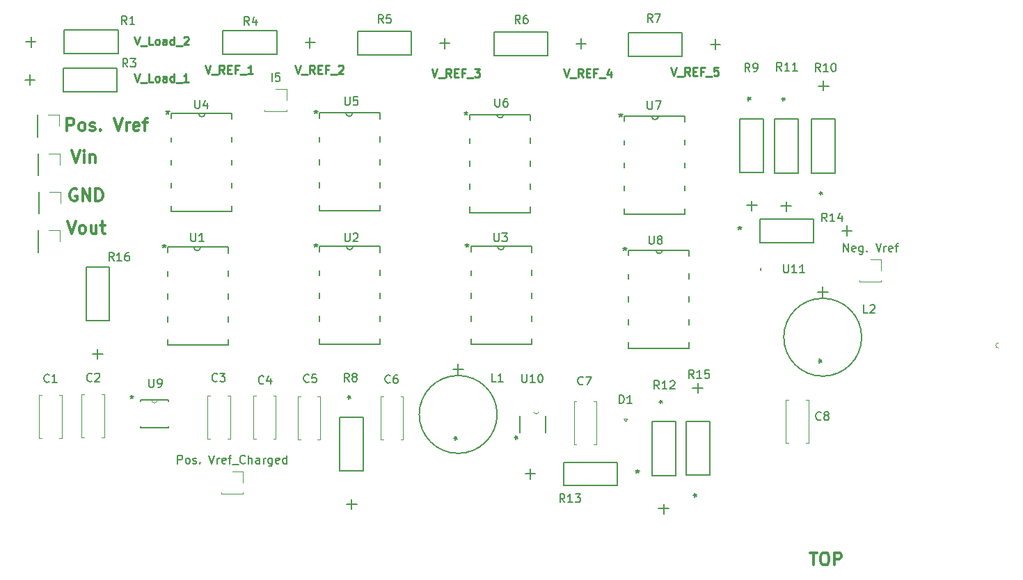
<source format=gbr>
G04 #@! TF.GenerationSoftware,KiCad,Pcbnew,(5.0.1)-3*
G04 #@! TF.CreationDate,2018-11-14T16:56:54-05:00*
G04 #@! TF.ProjectId,folding_amp,666F6C64696E675F616D702E6B696361,rev?*
G04 #@! TF.SameCoordinates,Original*
G04 #@! TF.FileFunction,Legend,Top*
G04 #@! TF.FilePolarity,Positive*
%FSLAX46Y46*%
G04 Gerber Fmt 4.6, Leading zero omitted, Abs format (unit mm)*
G04 Created by KiCad (PCBNEW (5.0.1)-3) date 11/14/2018 4:56:54 PM*
%MOMM*%
%LPD*%
G01*
G04 APERTURE LIST*
%ADD10C,0.100000*%
%ADD11C,0.250000*%
%ADD12C,0.300000*%
%ADD13C,0.200000*%
%ADD14C,0.152400*%
%ADD15C,0.120000*%
%ADD16C,0.150000*%
G04 APERTURE END LIST*
D10*
X151550000Y-71250000D02*
G75*
G02X151550000Y-70650000I0J300000D01*
G01*
X106200000Y-80200000D02*
X106000000Y-79850000D01*
X106400000Y-79850000D02*
X106200000Y-80200000D01*
X106000000Y-79850000D02*
X106400000Y-79850000D01*
X49250000Y-77600000D02*
G75*
G02X48550000Y-77600000I-350000J0D01*
G01*
X95650000Y-79000000D02*
G75*
G02X95050000Y-79000000I-300000J0D01*
G01*
D11*
X46466666Y-37852380D02*
X46800000Y-38852380D01*
X47133333Y-37852380D01*
X47228571Y-38947619D02*
X47990476Y-38947619D01*
X48704761Y-38852380D02*
X48228571Y-38852380D01*
X48228571Y-37852380D01*
X49180952Y-38852380D02*
X49085714Y-38804761D01*
X49038095Y-38757142D01*
X48990476Y-38661904D01*
X48990476Y-38376190D01*
X49038095Y-38280952D01*
X49085714Y-38233333D01*
X49180952Y-38185714D01*
X49323809Y-38185714D01*
X49419047Y-38233333D01*
X49466666Y-38280952D01*
X49514285Y-38376190D01*
X49514285Y-38661904D01*
X49466666Y-38757142D01*
X49419047Y-38804761D01*
X49323809Y-38852380D01*
X49180952Y-38852380D01*
X50371428Y-38852380D02*
X50371428Y-38328571D01*
X50323809Y-38233333D01*
X50228571Y-38185714D01*
X50038095Y-38185714D01*
X49942857Y-38233333D01*
X50371428Y-38804761D02*
X50276190Y-38852380D01*
X50038095Y-38852380D01*
X49942857Y-38804761D01*
X49895238Y-38709523D01*
X49895238Y-38614285D01*
X49942857Y-38519047D01*
X50038095Y-38471428D01*
X50276190Y-38471428D01*
X50371428Y-38423809D01*
X51276190Y-38852380D02*
X51276190Y-37852380D01*
X51276190Y-38804761D02*
X51180952Y-38852380D01*
X50990476Y-38852380D01*
X50895238Y-38804761D01*
X50847619Y-38757142D01*
X50800000Y-38661904D01*
X50800000Y-38376190D01*
X50847619Y-38280952D01*
X50895238Y-38233333D01*
X50990476Y-38185714D01*
X51180952Y-38185714D01*
X51276190Y-38233333D01*
X51514285Y-38947619D02*
X52276190Y-38947619D01*
X53038095Y-38852380D02*
X52466666Y-38852380D01*
X52752380Y-38852380D02*
X52752380Y-37852380D01*
X52657142Y-37995238D01*
X52561904Y-38090476D01*
X52466666Y-38138095D01*
X46466666Y-33352380D02*
X46800000Y-34352380D01*
X47133333Y-33352380D01*
X47228571Y-34447619D02*
X47990476Y-34447619D01*
X48704761Y-34352380D02*
X48228571Y-34352380D01*
X48228571Y-33352380D01*
X49180952Y-34352380D02*
X49085714Y-34304761D01*
X49038095Y-34257142D01*
X48990476Y-34161904D01*
X48990476Y-33876190D01*
X49038095Y-33780952D01*
X49085714Y-33733333D01*
X49180952Y-33685714D01*
X49323809Y-33685714D01*
X49419047Y-33733333D01*
X49466666Y-33780952D01*
X49514285Y-33876190D01*
X49514285Y-34161904D01*
X49466666Y-34257142D01*
X49419047Y-34304761D01*
X49323809Y-34352380D01*
X49180952Y-34352380D01*
X50371428Y-34352380D02*
X50371428Y-33828571D01*
X50323809Y-33733333D01*
X50228571Y-33685714D01*
X50038095Y-33685714D01*
X49942857Y-33733333D01*
X50371428Y-34304761D02*
X50276190Y-34352380D01*
X50038095Y-34352380D01*
X49942857Y-34304761D01*
X49895238Y-34209523D01*
X49895238Y-34114285D01*
X49942857Y-34019047D01*
X50038095Y-33971428D01*
X50276190Y-33971428D01*
X50371428Y-33923809D01*
X51276190Y-34352380D02*
X51276190Y-33352380D01*
X51276190Y-34304761D02*
X51180952Y-34352380D01*
X50990476Y-34352380D01*
X50895238Y-34304761D01*
X50847619Y-34257142D01*
X50800000Y-34161904D01*
X50800000Y-33876190D01*
X50847619Y-33780952D01*
X50895238Y-33733333D01*
X50990476Y-33685714D01*
X51180952Y-33685714D01*
X51276190Y-33733333D01*
X51514285Y-34447619D02*
X52276190Y-34447619D01*
X52466666Y-33447619D02*
X52514285Y-33400000D01*
X52609523Y-33352380D01*
X52847619Y-33352380D01*
X52942857Y-33400000D01*
X52990476Y-33447619D01*
X53038095Y-33542857D01*
X53038095Y-33638095D01*
X52990476Y-33780952D01*
X52419047Y-34352380D01*
X53038095Y-34352380D01*
X111697619Y-37102380D02*
X112030952Y-38102380D01*
X112364285Y-37102380D01*
X112459523Y-38197619D02*
X113221428Y-38197619D01*
X114030952Y-38102380D02*
X113697619Y-37626190D01*
X113459523Y-38102380D02*
X113459523Y-37102380D01*
X113840476Y-37102380D01*
X113935714Y-37150000D01*
X113983333Y-37197619D01*
X114030952Y-37292857D01*
X114030952Y-37435714D01*
X113983333Y-37530952D01*
X113935714Y-37578571D01*
X113840476Y-37626190D01*
X113459523Y-37626190D01*
X114459523Y-37578571D02*
X114792857Y-37578571D01*
X114935714Y-38102380D02*
X114459523Y-38102380D01*
X114459523Y-37102380D01*
X114935714Y-37102380D01*
X115697619Y-37578571D02*
X115364285Y-37578571D01*
X115364285Y-38102380D02*
X115364285Y-37102380D01*
X115840476Y-37102380D01*
X115983333Y-38197619D02*
X116745238Y-38197619D01*
X117459523Y-37102380D02*
X116983333Y-37102380D01*
X116935714Y-37578571D01*
X116983333Y-37530952D01*
X117078571Y-37483333D01*
X117316666Y-37483333D01*
X117411904Y-37530952D01*
X117459523Y-37578571D01*
X117507142Y-37673809D01*
X117507142Y-37911904D01*
X117459523Y-38007142D01*
X117411904Y-38054761D01*
X117316666Y-38102380D01*
X117078571Y-38102380D01*
X116983333Y-38054761D01*
X116935714Y-38007142D01*
X98697619Y-37302380D02*
X99030952Y-38302380D01*
X99364285Y-37302380D01*
X99459523Y-38397619D02*
X100221428Y-38397619D01*
X101030952Y-38302380D02*
X100697619Y-37826190D01*
X100459523Y-38302380D02*
X100459523Y-37302380D01*
X100840476Y-37302380D01*
X100935714Y-37350000D01*
X100983333Y-37397619D01*
X101030952Y-37492857D01*
X101030952Y-37635714D01*
X100983333Y-37730952D01*
X100935714Y-37778571D01*
X100840476Y-37826190D01*
X100459523Y-37826190D01*
X101459523Y-37778571D02*
X101792857Y-37778571D01*
X101935714Y-38302380D02*
X101459523Y-38302380D01*
X101459523Y-37302380D01*
X101935714Y-37302380D01*
X102697619Y-37778571D02*
X102364285Y-37778571D01*
X102364285Y-38302380D02*
X102364285Y-37302380D01*
X102840476Y-37302380D01*
X102983333Y-38397619D02*
X103745238Y-38397619D01*
X104411904Y-37635714D02*
X104411904Y-38302380D01*
X104173809Y-37254761D02*
X103935714Y-37969047D01*
X104554761Y-37969047D01*
X82647619Y-37302380D02*
X82980952Y-38302380D01*
X83314285Y-37302380D01*
X83409523Y-38397619D02*
X84171428Y-38397619D01*
X84980952Y-38302380D02*
X84647619Y-37826190D01*
X84409523Y-38302380D02*
X84409523Y-37302380D01*
X84790476Y-37302380D01*
X84885714Y-37350000D01*
X84933333Y-37397619D01*
X84980952Y-37492857D01*
X84980952Y-37635714D01*
X84933333Y-37730952D01*
X84885714Y-37778571D01*
X84790476Y-37826190D01*
X84409523Y-37826190D01*
X85409523Y-37778571D02*
X85742857Y-37778571D01*
X85885714Y-38302380D02*
X85409523Y-38302380D01*
X85409523Y-37302380D01*
X85885714Y-37302380D01*
X86647619Y-37778571D02*
X86314285Y-37778571D01*
X86314285Y-38302380D02*
X86314285Y-37302380D01*
X86790476Y-37302380D01*
X86933333Y-38397619D02*
X87695238Y-38397619D01*
X87838095Y-37302380D02*
X88457142Y-37302380D01*
X88123809Y-37683333D01*
X88266666Y-37683333D01*
X88361904Y-37730952D01*
X88409523Y-37778571D01*
X88457142Y-37873809D01*
X88457142Y-38111904D01*
X88409523Y-38207142D01*
X88361904Y-38254761D01*
X88266666Y-38302380D01*
X87980952Y-38302380D01*
X87885714Y-38254761D01*
X87838095Y-38207142D01*
X66047619Y-36852380D02*
X66380952Y-37852380D01*
X66714285Y-36852380D01*
X66809523Y-37947619D02*
X67571428Y-37947619D01*
X68380952Y-37852380D02*
X68047619Y-37376190D01*
X67809523Y-37852380D02*
X67809523Y-36852380D01*
X68190476Y-36852380D01*
X68285714Y-36900000D01*
X68333333Y-36947619D01*
X68380952Y-37042857D01*
X68380952Y-37185714D01*
X68333333Y-37280952D01*
X68285714Y-37328571D01*
X68190476Y-37376190D01*
X67809523Y-37376190D01*
X68809523Y-37328571D02*
X69142857Y-37328571D01*
X69285714Y-37852380D02*
X68809523Y-37852380D01*
X68809523Y-36852380D01*
X69285714Y-36852380D01*
X70047619Y-37328571D02*
X69714285Y-37328571D01*
X69714285Y-37852380D02*
X69714285Y-36852380D01*
X70190476Y-36852380D01*
X70333333Y-37947619D02*
X71095238Y-37947619D01*
X71285714Y-36947619D02*
X71333333Y-36900000D01*
X71428571Y-36852380D01*
X71666666Y-36852380D01*
X71761904Y-36900000D01*
X71809523Y-36947619D01*
X71857142Y-37042857D01*
X71857142Y-37138095D01*
X71809523Y-37280952D01*
X71238095Y-37852380D01*
X71857142Y-37852380D01*
X55047619Y-36852380D02*
X55380952Y-37852380D01*
X55714285Y-36852380D01*
X55809523Y-37947619D02*
X56571428Y-37947619D01*
X57380952Y-37852380D02*
X57047619Y-37376190D01*
X56809523Y-37852380D02*
X56809523Y-36852380D01*
X57190476Y-36852380D01*
X57285714Y-36900000D01*
X57333333Y-36947619D01*
X57380952Y-37042857D01*
X57380952Y-37185714D01*
X57333333Y-37280952D01*
X57285714Y-37328571D01*
X57190476Y-37376190D01*
X56809523Y-37376190D01*
X57809523Y-37328571D02*
X58142857Y-37328571D01*
X58285714Y-37852380D02*
X57809523Y-37852380D01*
X57809523Y-36852380D01*
X58285714Y-36852380D01*
X59047619Y-37328571D02*
X58714285Y-37328571D01*
X58714285Y-37852380D02*
X58714285Y-36852380D01*
X59190476Y-36852380D01*
X59333333Y-37947619D02*
X60095238Y-37947619D01*
X60857142Y-37852380D02*
X60285714Y-37852380D01*
X60571428Y-37852380D02*
X60571428Y-36852380D01*
X60476190Y-36995238D01*
X60380952Y-37090476D01*
X60285714Y-37138095D01*
D12*
X38314285Y-55828571D02*
X38814285Y-57328571D01*
X39314285Y-55828571D01*
X40028571Y-57328571D02*
X39885714Y-57257142D01*
X39814285Y-57185714D01*
X39742857Y-57042857D01*
X39742857Y-56614285D01*
X39814285Y-56471428D01*
X39885714Y-56400000D01*
X40028571Y-56328571D01*
X40242857Y-56328571D01*
X40385714Y-56400000D01*
X40457142Y-56471428D01*
X40528571Y-56614285D01*
X40528571Y-57042857D01*
X40457142Y-57185714D01*
X40385714Y-57257142D01*
X40242857Y-57328571D01*
X40028571Y-57328571D01*
X41814285Y-56328571D02*
X41814285Y-57328571D01*
X41171428Y-56328571D02*
X41171428Y-57114285D01*
X41242857Y-57257142D01*
X41385714Y-57328571D01*
X41600000Y-57328571D01*
X41742857Y-57257142D01*
X41814285Y-57185714D01*
X42314285Y-56328571D02*
X42885714Y-56328571D01*
X42528571Y-55828571D02*
X42528571Y-57114285D01*
X42600000Y-57257142D01*
X42742857Y-57328571D01*
X42885714Y-57328571D01*
X39457142Y-51950000D02*
X39314285Y-51878571D01*
X39100000Y-51878571D01*
X38885714Y-51950000D01*
X38742857Y-52092857D01*
X38671428Y-52235714D01*
X38600000Y-52521428D01*
X38600000Y-52735714D01*
X38671428Y-53021428D01*
X38742857Y-53164285D01*
X38885714Y-53307142D01*
X39100000Y-53378571D01*
X39242857Y-53378571D01*
X39457142Y-53307142D01*
X39528571Y-53235714D01*
X39528571Y-52735714D01*
X39242857Y-52735714D01*
X40171428Y-53378571D02*
X40171428Y-51878571D01*
X41028571Y-53378571D01*
X41028571Y-51878571D01*
X41742857Y-53378571D02*
X41742857Y-51878571D01*
X42100000Y-51878571D01*
X42314285Y-51950000D01*
X42457142Y-52092857D01*
X42528571Y-52235714D01*
X42600000Y-52521428D01*
X42600000Y-52735714D01*
X42528571Y-53021428D01*
X42457142Y-53164285D01*
X42314285Y-53307142D01*
X42100000Y-53378571D01*
X41742857Y-53378571D01*
X38814285Y-47228571D02*
X39314285Y-48728571D01*
X39814285Y-47228571D01*
X40314285Y-48728571D02*
X40314285Y-47728571D01*
X40314285Y-47228571D02*
X40242857Y-47300000D01*
X40314285Y-47371428D01*
X40385714Y-47300000D01*
X40314285Y-47228571D01*
X40314285Y-47371428D01*
X41028571Y-47728571D02*
X41028571Y-48728571D01*
X41028571Y-47871428D02*
X41100000Y-47800000D01*
X41242857Y-47728571D01*
X41457142Y-47728571D01*
X41600000Y-47800000D01*
X41671428Y-47942857D01*
X41671428Y-48728571D01*
X38264285Y-44828571D02*
X38264285Y-43328571D01*
X38835714Y-43328571D01*
X38978571Y-43400000D01*
X39050000Y-43471428D01*
X39121428Y-43614285D01*
X39121428Y-43828571D01*
X39050000Y-43971428D01*
X38978571Y-44042857D01*
X38835714Y-44114285D01*
X38264285Y-44114285D01*
X39978571Y-44828571D02*
X39835714Y-44757142D01*
X39764285Y-44685714D01*
X39692857Y-44542857D01*
X39692857Y-44114285D01*
X39764285Y-43971428D01*
X39835714Y-43900000D01*
X39978571Y-43828571D01*
X40192857Y-43828571D01*
X40335714Y-43900000D01*
X40407142Y-43971428D01*
X40478571Y-44114285D01*
X40478571Y-44542857D01*
X40407142Y-44685714D01*
X40335714Y-44757142D01*
X40192857Y-44828571D01*
X39978571Y-44828571D01*
X41050000Y-44757142D02*
X41192857Y-44828571D01*
X41478571Y-44828571D01*
X41621428Y-44757142D01*
X41692857Y-44614285D01*
X41692857Y-44542857D01*
X41621428Y-44400000D01*
X41478571Y-44328571D01*
X41264285Y-44328571D01*
X41121428Y-44257142D01*
X41050000Y-44114285D01*
X41050000Y-44042857D01*
X41121428Y-43900000D01*
X41264285Y-43828571D01*
X41478571Y-43828571D01*
X41621428Y-43900000D01*
X42335714Y-44685714D02*
X42407142Y-44757142D01*
X42335714Y-44828571D01*
X42264285Y-44757142D01*
X42335714Y-44685714D01*
X42335714Y-44828571D01*
X43978571Y-43328571D02*
X44478571Y-44828571D01*
X44978571Y-43328571D01*
X45478571Y-44828571D02*
X45478571Y-43828571D01*
X45478571Y-44114285D02*
X45550000Y-43971428D01*
X45621428Y-43900000D01*
X45764285Y-43828571D01*
X45907142Y-43828571D01*
X46978571Y-44757142D02*
X46835714Y-44828571D01*
X46550000Y-44828571D01*
X46407142Y-44757142D01*
X46335714Y-44614285D01*
X46335714Y-44042857D01*
X46407142Y-43900000D01*
X46550000Y-43828571D01*
X46835714Y-43828571D01*
X46978571Y-43900000D01*
X47050000Y-44042857D01*
X47050000Y-44185714D01*
X46335714Y-44328571D01*
X47478571Y-43828571D02*
X48050000Y-43828571D01*
X47692857Y-44828571D02*
X47692857Y-43542857D01*
X47764285Y-43400000D01*
X47907142Y-43328571D01*
X48050000Y-43328571D01*
D13*
X110200000Y-43100000D02*
G75*
G02X109400000Y-43100000I-400000J50000D01*
G01*
X110700000Y-59400000D02*
G75*
G02X109900000Y-59400000I-400000J50000D01*
G01*
X91450000Y-58950000D02*
G75*
G02X90650000Y-58950000I-400000J50000D01*
G01*
X54500000Y-59050000D02*
G75*
G02X53700000Y-59050000I-400000J50000D01*
G01*
X91350000Y-42900000D02*
G75*
G02X90550000Y-42900000I-400000J50000D01*
G01*
X73000000Y-42700000D02*
G75*
G02X72200000Y-42700000I-400000J50000D01*
G01*
X55050000Y-42750000D02*
G75*
G02X54250000Y-42750000I-400000J50000D01*
G01*
X73050000Y-58950000D02*
G75*
G02X72250000Y-58950000I-400000J50000D01*
G01*
D12*
X128685714Y-96178571D02*
X129542857Y-96178571D01*
X129114285Y-97678571D02*
X129114285Y-96178571D01*
X130328571Y-96178571D02*
X130614285Y-96178571D01*
X130757142Y-96250000D01*
X130900000Y-96392857D01*
X130971428Y-96678571D01*
X130971428Y-97178571D01*
X130900000Y-97464285D01*
X130757142Y-97607142D01*
X130614285Y-97678571D01*
X130328571Y-97678571D01*
X130185714Y-97607142D01*
X130042857Y-97464285D01*
X129971428Y-97178571D01*
X129971428Y-96678571D01*
X130042857Y-96392857D01*
X130185714Y-96250000D01*
X130328571Y-96178571D01*
X131614285Y-97678571D02*
X131614285Y-96178571D01*
X132185714Y-96178571D01*
X132328571Y-96250000D01*
X132400000Y-96321428D01*
X132471428Y-96464285D01*
X132471428Y-96678571D01*
X132400000Y-96821428D01*
X132328571Y-96892857D01*
X132185714Y-96964285D01*
X131614285Y-96964285D01*
D14*
G04 #@! TO.C,U7*
X106089500Y-54978000D02*
X113455500Y-54978000D01*
X113455500Y-54978000D02*
X113455500Y-54269551D01*
X113455500Y-43040000D02*
X106089500Y-43040000D01*
X106089500Y-43040000D02*
X106089500Y-43659760D01*
X106089500Y-45976240D02*
X106089500Y-46542449D01*
X106089500Y-48681551D02*
X106089500Y-49336449D01*
X106089500Y-51475551D02*
X106089500Y-52130449D01*
X106089500Y-54269551D02*
X106089500Y-54978000D01*
X113455500Y-52130449D02*
X113455500Y-51475551D01*
X113455500Y-49336449D02*
X113455500Y-48681551D01*
X113455500Y-46542449D02*
X113455500Y-45887551D01*
X113455500Y-43748449D02*
X113455500Y-43040000D01*
G04 #@! TO.C,R14*
X133752500Y-57000000D02*
X132561240Y-57000000D01*
X133117500Y-57635000D02*
X133117500Y-56365000D01*
X129091600Y-55564900D02*
X122538400Y-55564900D01*
X122538400Y-55564900D02*
X122538400Y-58435100D01*
X122538400Y-58435100D02*
X129091600Y-58435100D01*
X129091600Y-58435100D02*
X129091600Y-55564900D01*
G04 #@! TO.C,U11*
X122662599Y-61572997D02*
G75*
G02X122662600Y-61827000I-278679J-127003D01*
G01*
G04 #@! TO.C,R9*
X121550000Y-54552500D02*
X121550000Y-53361240D01*
X120915000Y-53917500D02*
X122185000Y-53917500D01*
X122985100Y-49891600D02*
X122985100Y-43338400D01*
X122985100Y-43338400D02*
X120114900Y-43338400D01*
X120114900Y-43338400D02*
X120114900Y-49891600D01*
X120114900Y-49891600D02*
X122985100Y-49891600D01*
D15*
G04 #@! TO.C,C4*
X61245000Y-82320000D02*
X60930000Y-82320000D01*
X63670000Y-82320000D02*
X63355000Y-82320000D01*
X61245000Y-77080000D02*
X60930000Y-77080000D01*
X63670000Y-77080000D02*
X63355000Y-77080000D01*
X60930000Y-77080000D02*
X60930000Y-82320000D01*
X63670000Y-77080000D02*
X63670000Y-82320000D01*
D14*
G04 #@! TO.C,L1*
X85850000Y-73220300D02*
X85850000Y-74490300D01*
X86485000Y-73855300D02*
X85215000Y-73855300D01*
X90587100Y-79354400D02*
G75*
G03X90587100Y-79354400I-4737100J0D01*
G01*
G04 #@! TO.C,R13*
X93997500Y-86600000D02*
X95188760Y-86600000D01*
X94632500Y-85965000D02*
X94632500Y-87235000D01*
X98658400Y-88035100D02*
X105211600Y-88035100D01*
X105211600Y-88035100D02*
X105211600Y-85164900D01*
X105211600Y-85164900D02*
X98658400Y-85164900D01*
X98658400Y-85164900D02*
X98658400Y-88035100D01*
G04 #@! TO.C,U6*
X87239500Y-54778000D02*
X94605500Y-54778000D01*
X94605500Y-54778000D02*
X94605500Y-54069551D01*
X94605500Y-42840000D02*
X87239500Y-42840000D01*
X87239500Y-42840000D02*
X87239500Y-43459760D01*
X87239500Y-45776240D02*
X87239500Y-46342449D01*
X87239500Y-48481551D02*
X87239500Y-49136449D01*
X87239500Y-51275551D02*
X87239500Y-51930449D01*
X87239500Y-54069551D02*
X87239500Y-54778000D01*
X94605500Y-51930449D02*
X94605500Y-51275551D01*
X94605500Y-49136449D02*
X94605500Y-48481551D01*
X94605500Y-46342449D02*
X94605500Y-45687551D01*
X94605500Y-43548449D02*
X94605500Y-42840000D01*
G04 #@! TO.C,R16*
X42000000Y-72602500D02*
X42000000Y-71411240D01*
X41365000Y-71967500D02*
X42635000Y-71967500D01*
X43435100Y-67941600D02*
X43435100Y-61388400D01*
X43435100Y-61388400D02*
X40564900Y-61388400D01*
X40564900Y-61388400D02*
X40564900Y-67941600D01*
X40564900Y-67941600D02*
X43435100Y-67941600D01*
G04 #@! TO.C,U4*
X50939500Y-54628000D02*
X58305500Y-54628000D01*
X58305500Y-54628000D02*
X58305500Y-53919551D01*
X58305500Y-42690000D02*
X50939500Y-42690000D01*
X50939500Y-42690000D02*
X50939500Y-43309760D01*
X50939500Y-45626240D02*
X50939500Y-46192449D01*
X50939500Y-48331551D02*
X50939500Y-48986449D01*
X50939500Y-51125551D02*
X50939500Y-51780449D01*
X50939500Y-53919551D02*
X50939500Y-54628000D01*
X58305500Y-51780449D02*
X58305500Y-51125551D01*
X58305500Y-48986449D02*
X58305500Y-48331551D01*
X58305500Y-46192449D02*
X58305500Y-45537551D01*
X58305500Y-43398449D02*
X58305500Y-42690000D01*
D15*
G04 #@! TO.C,C1*
X35195000Y-82220000D02*
X34880000Y-82220000D01*
X37620000Y-82220000D02*
X37305000Y-82220000D01*
X35195000Y-76980000D02*
X34880000Y-76980000D01*
X37620000Y-76980000D02*
X37305000Y-76980000D01*
X34880000Y-76980000D02*
X34880000Y-82220000D01*
X37620000Y-76980000D02*
X37620000Y-82220000D01*
G04 #@! TO.C,C2*
X40345000Y-82170000D02*
X40030000Y-82170000D01*
X42770000Y-82170000D02*
X42455000Y-82170000D01*
X40345000Y-76930000D02*
X40030000Y-76930000D01*
X42770000Y-76930000D02*
X42455000Y-76930000D01*
X40030000Y-76930000D02*
X40030000Y-82170000D01*
X42770000Y-76930000D02*
X42770000Y-82170000D01*
G04 #@! TO.C,C3*
X55695000Y-82320000D02*
X55380000Y-82320000D01*
X58120000Y-82320000D02*
X57805000Y-82320000D01*
X55695000Y-77080000D02*
X55380000Y-77080000D01*
X58120000Y-77080000D02*
X57805000Y-77080000D01*
X55380000Y-77080000D02*
X55380000Y-82320000D01*
X58120000Y-77080000D02*
X58120000Y-82320000D01*
G04 #@! TO.C,C5*
X66645000Y-82370000D02*
X66330000Y-82370000D01*
X69070000Y-82370000D02*
X68755000Y-82370000D01*
X66645000Y-77130000D02*
X66330000Y-77130000D01*
X69070000Y-77130000D02*
X68755000Y-77130000D01*
X66330000Y-77130000D02*
X66330000Y-82370000D01*
X69070000Y-77130000D02*
X69070000Y-82370000D01*
G04 #@! TO.C,C6*
X78855000Y-77130000D02*
X79170000Y-77130000D01*
X76430000Y-77130000D02*
X76745000Y-77130000D01*
X78855000Y-82370000D02*
X79170000Y-82370000D01*
X76430000Y-82370000D02*
X76745000Y-82370000D01*
X79170000Y-82370000D02*
X79170000Y-77130000D01*
X76430000Y-82370000D02*
X76430000Y-77130000D01*
G04 #@! TO.C,C7*
X102355000Y-77780000D02*
X102670000Y-77780000D01*
X99930000Y-77780000D02*
X100245000Y-77780000D01*
X102355000Y-83020000D02*
X102670000Y-83020000D01*
X99930000Y-83020000D02*
X100245000Y-83020000D01*
X102670000Y-83020000D02*
X102670000Y-77780000D01*
X99930000Y-83020000D02*
X99930000Y-77780000D01*
G04 #@! TO.C,C8*
X126045000Y-82820000D02*
X125730000Y-82820000D01*
X128470000Y-82820000D02*
X128155000Y-82820000D01*
X126045000Y-77580000D02*
X125730000Y-77580000D01*
X128470000Y-77580000D02*
X128155000Y-77580000D01*
X125730000Y-77580000D02*
X125730000Y-82820000D01*
X128470000Y-77580000D02*
X128470000Y-82820000D01*
G04 #@! TO.C,J1*
X37381600Y-47606600D02*
X37381600Y-48936600D01*
X36051600Y-47606600D02*
X37381600Y-47606600D01*
X34781600Y-47606600D02*
X34781600Y-50266600D01*
X34781600Y-50266600D02*
X34721600Y-50266600D01*
X34781600Y-47606600D02*
X34721600Y-47606600D01*
X34721600Y-47606600D02*
X34721600Y-50266600D01*
G04 #@! TO.C,J2*
X37281600Y-42906600D02*
X37281600Y-44236600D01*
X35951600Y-42906600D02*
X37281600Y-42906600D01*
X34681600Y-42906600D02*
X34681600Y-45566600D01*
X34681600Y-45566600D02*
X34621600Y-45566600D01*
X34681600Y-42906600D02*
X34621600Y-42906600D01*
X34621600Y-42906600D02*
X34621600Y-45566600D01*
G04 #@! TO.C,J3*
X37381600Y-56956600D02*
X37381600Y-58286600D01*
X36051600Y-56956600D02*
X37381600Y-56956600D01*
X34781600Y-56956600D02*
X34781600Y-59616600D01*
X34781600Y-59616600D02*
X34721600Y-59616600D01*
X34781600Y-56956600D02*
X34721600Y-56956600D01*
X34721600Y-56956600D02*
X34721600Y-59616600D01*
G04 #@! TO.C,J4*
X37431600Y-52256600D02*
X37431600Y-53586600D01*
X36101600Y-52256600D02*
X37431600Y-52256600D01*
X34831600Y-52256600D02*
X34831600Y-54916600D01*
X34831600Y-54916600D02*
X34771600Y-54916600D01*
X34831600Y-52256600D02*
X34771600Y-52256600D01*
X34771600Y-52256600D02*
X34771600Y-54916600D01*
D14*
G04 #@! TO.C,L2*
X130200000Y-63820300D02*
X130200000Y-65090300D01*
X130835000Y-64455300D02*
X129565000Y-64455300D01*
X134937100Y-69954400D02*
G75*
G03X134937100Y-69954400I-4737100J0D01*
G01*
G04 #@! TO.C,R1*
X33247500Y-34000000D02*
X34438760Y-34000000D01*
X33882500Y-33365000D02*
X33882500Y-34635000D01*
X37908400Y-35435100D02*
X44461600Y-35435100D01*
X44461600Y-35435100D02*
X44461600Y-32564900D01*
X44461600Y-32564900D02*
X37908400Y-32564900D01*
X37908400Y-32564900D02*
X37908400Y-35435100D01*
G04 #@! TO.C,R3*
X33147500Y-38600000D02*
X34338760Y-38600000D01*
X33782500Y-37965000D02*
X33782500Y-39235000D01*
X37808400Y-40035100D02*
X44361600Y-40035100D01*
X44361600Y-40035100D02*
X44361600Y-37164900D01*
X44361600Y-37164900D02*
X37808400Y-37164900D01*
X37808400Y-37164900D02*
X37808400Y-40035100D01*
G04 #@! TO.C,R4*
X68452500Y-34100000D02*
X67261240Y-34100000D01*
X67817500Y-34735000D02*
X67817500Y-33465000D01*
X63791600Y-32664900D02*
X57238400Y-32664900D01*
X57238400Y-32664900D02*
X57238400Y-35535100D01*
X57238400Y-35535100D02*
X63791600Y-35535100D01*
X63791600Y-35535100D02*
X63791600Y-32664900D01*
G04 #@! TO.C,R5*
X84802500Y-34150000D02*
X83611240Y-34150000D01*
X84167500Y-34785000D02*
X84167500Y-33515000D01*
X80141600Y-32714900D02*
X73588400Y-32714900D01*
X73588400Y-32714900D02*
X73588400Y-35585100D01*
X73588400Y-35585100D02*
X80141600Y-35585100D01*
X80141600Y-35585100D02*
X80141600Y-32714900D01*
G04 #@! TO.C,R6*
X101402500Y-34200000D02*
X100211240Y-34200000D01*
X100767500Y-34835000D02*
X100767500Y-33565000D01*
X96741600Y-32764900D02*
X90188400Y-32764900D01*
X90188400Y-32764900D02*
X90188400Y-35635100D01*
X90188400Y-35635100D02*
X96741600Y-35635100D01*
X96741600Y-35635100D02*
X96741600Y-32764900D01*
G04 #@! TO.C,R7*
X117752500Y-34300000D02*
X116561240Y-34300000D01*
X117117500Y-34935000D02*
X117117500Y-33665000D01*
X113091600Y-32864900D02*
X106538400Y-32864900D01*
X106538400Y-32864900D02*
X106538400Y-35735100D01*
X106538400Y-35735100D02*
X113091600Y-35735100D01*
X113091600Y-35735100D02*
X113091600Y-32864900D01*
G04 #@! TO.C,R8*
X72900000Y-90902500D02*
X72900000Y-89711240D01*
X72265000Y-90267500D02*
X73535000Y-90267500D01*
X74335100Y-86241600D02*
X74335100Y-79688400D01*
X74335100Y-79688400D02*
X71464900Y-79688400D01*
X71464900Y-79688400D02*
X71464900Y-86241600D01*
X71464900Y-86241600D02*
X74335100Y-86241600D01*
G04 #@! TO.C,R10*
X130300000Y-38747500D02*
X130300000Y-39938760D01*
X130935000Y-39382500D02*
X129665000Y-39382500D01*
X128864900Y-43408400D02*
X128864900Y-49961600D01*
X128864900Y-49961600D02*
X131735100Y-49961600D01*
X131735100Y-49961600D02*
X131735100Y-43408400D01*
X131735100Y-43408400D02*
X128864900Y-43408400D01*
G04 #@! TO.C,R11*
X125750000Y-54602500D02*
X125750000Y-53411240D01*
X125115000Y-53967500D02*
X126385000Y-53967500D01*
X127185100Y-49941600D02*
X127185100Y-43388400D01*
X127185100Y-43388400D02*
X124314900Y-43388400D01*
X124314900Y-43388400D02*
X124314900Y-49941600D01*
X124314900Y-49941600D02*
X127185100Y-49941600D01*
G04 #@! TO.C,R12*
X110850000Y-91452500D02*
X110850000Y-90261240D01*
X110215000Y-90817500D02*
X111485000Y-90817500D01*
X112285100Y-86791600D02*
X112285100Y-80238400D01*
X112285100Y-80238400D02*
X109414900Y-80238400D01*
X109414900Y-80238400D02*
X109414900Y-86791600D01*
X109414900Y-86791600D02*
X112285100Y-86791600D01*
G04 #@! TO.C,R15*
X115000000Y-75547500D02*
X115000000Y-76738760D01*
X115635000Y-76182500D02*
X114365000Y-76182500D01*
X113564900Y-80208400D02*
X113564900Y-86761600D01*
X113564900Y-86761600D02*
X116435100Y-86761600D01*
X116435100Y-86761600D02*
X116435100Y-80208400D01*
X116435100Y-80208400D02*
X113564900Y-80208400D01*
G04 #@! TO.C,U1*
X50539500Y-70928000D02*
X57905500Y-70928000D01*
X57905500Y-70928000D02*
X57905500Y-70219551D01*
X57905500Y-58990000D02*
X50539500Y-58990000D01*
X50539500Y-58990000D02*
X50539500Y-59609760D01*
X50539500Y-61926240D02*
X50539500Y-62492449D01*
X50539500Y-64631551D02*
X50539500Y-65286449D01*
X50539500Y-67425551D02*
X50539500Y-68080449D01*
X50539500Y-70219551D02*
X50539500Y-70928000D01*
X57905500Y-68080449D02*
X57905500Y-67425551D01*
X57905500Y-65286449D02*
X57905500Y-64631551D01*
X57905500Y-62492449D02*
X57905500Y-61837551D01*
X57905500Y-59698449D02*
X57905500Y-58990000D01*
G04 #@! TO.C,U2*
X68989500Y-70828000D02*
X76355500Y-70828000D01*
X76355500Y-70828000D02*
X76355500Y-70119551D01*
X76355500Y-58890000D02*
X68989500Y-58890000D01*
X68989500Y-58890000D02*
X68989500Y-59509760D01*
X68989500Y-61826240D02*
X68989500Y-62392449D01*
X68989500Y-64531551D02*
X68989500Y-65186449D01*
X68989500Y-67325551D02*
X68989500Y-67980449D01*
X68989500Y-70119551D02*
X68989500Y-70828000D01*
X76355500Y-67980449D02*
X76355500Y-67325551D01*
X76355500Y-65186449D02*
X76355500Y-64531551D01*
X76355500Y-62392449D02*
X76355500Y-61737551D01*
X76355500Y-59598449D02*
X76355500Y-58890000D01*
G04 #@! TO.C,U3*
X87389500Y-70828000D02*
X94755500Y-70828000D01*
X94755500Y-70828000D02*
X94755500Y-70119551D01*
X94755500Y-58890000D02*
X87389500Y-58890000D01*
X87389500Y-58890000D02*
X87389500Y-59509760D01*
X87389500Y-61826240D02*
X87389500Y-62392449D01*
X87389500Y-64531551D02*
X87389500Y-65186449D01*
X87389500Y-67325551D02*
X87389500Y-67980449D01*
X87389500Y-70119551D02*
X87389500Y-70828000D01*
X94755500Y-67980449D02*
X94755500Y-67325551D01*
X94755500Y-65186449D02*
X94755500Y-64531551D01*
X94755500Y-62392449D02*
X94755500Y-61737551D01*
X94755500Y-59598449D02*
X94755500Y-58890000D01*
G04 #@! TO.C,U5*
X68989500Y-54578000D02*
X76355500Y-54578000D01*
X76355500Y-54578000D02*
X76355500Y-53869551D01*
X76355500Y-42640000D02*
X68989500Y-42640000D01*
X68989500Y-42640000D02*
X68989500Y-43259760D01*
X68989500Y-45576240D02*
X68989500Y-46142449D01*
X68989500Y-48281551D02*
X68989500Y-48936449D01*
X68989500Y-51075551D02*
X68989500Y-51730449D01*
X68989500Y-53869551D02*
X68989500Y-54578000D01*
X76355500Y-51730449D02*
X76355500Y-51075551D01*
X76355500Y-48936449D02*
X76355500Y-48281551D01*
X76355500Y-46142449D02*
X76355500Y-45487551D01*
X76355500Y-43348449D02*
X76355500Y-42640000D01*
G04 #@! TO.C,U8*
X106589500Y-71278000D02*
X113955500Y-71278000D01*
X113955500Y-71278000D02*
X113955500Y-70569551D01*
X113955500Y-59340000D02*
X106589500Y-59340000D01*
X106589500Y-59340000D02*
X106589500Y-59959760D01*
X106589500Y-62276240D02*
X106589500Y-62842449D01*
X106589500Y-64981551D02*
X106589500Y-65636449D01*
X106589500Y-67775551D02*
X106589500Y-68430449D01*
X106589500Y-70569551D02*
X106589500Y-71278000D01*
X113955500Y-68430449D02*
X113955500Y-67775551D01*
X113955500Y-65636449D02*
X113955500Y-64981551D01*
X113955500Y-62842449D02*
X113955500Y-62187551D01*
X113955500Y-60048449D02*
X113955500Y-59340000D01*
G04 #@! TO.C,U9*
X47223600Y-80976400D02*
X50576400Y-80976400D01*
X50576400Y-80976400D02*
X50576400Y-80823639D01*
X50576400Y-77623600D02*
X47223600Y-77623600D01*
X47223600Y-77623600D02*
X47223600Y-77776361D01*
X47223600Y-80823639D02*
X47223600Y-80976400D01*
X50576400Y-77776361D02*
X50576400Y-77623600D01*
G04 #@! TO.C,U10*
X96490742Y-81524508D02*
X96490742Y-79517908D01*
X93341142Y-79517908D02*
X93341142Y-81524508D01*
D15*
G04 #@! TO.C,Neg. Vref*
X134670000Y-63180000D02*
X137330000Y-63180000D01*
X134670000Y-63060000D02*
X134670000Y-63180000D01*
X137330000Y-63060000D02*
X137330000Y-63180000D01*
X137330000Y-60520000D02*
X137330000Y-61850000D01*
X136000000Y-60520000D02*
X137330000Y-60520000D01*
G04 #@! TO.C,I5*
X63650000Y-39770000D02*
X64980000Y-39770000D01*
X64980000Y-39770000D02*
X64980000Y-41100000D01*
X64980000Y-42310000D02*
X64980000Y-42430000D01*
X62320000Y-42310000D02*
X62320000Y-42430000D01*
X62320000Y-42430000D02*
X64980000Y-42430000D01*
G04 #@! TO.C,Pos. Vref_Charged*
X57020000Y-88980000D02*
X59680000Y-88980000D01*
X57020000Y-88860000D02*
X57020000Y-88980000D01*
X59680000Y-88860000D02*
X59680000Y-88980000D01*
X59680000Y-86320000D02*
X59680000Y-87650000D01*
X58350000Y-86320000D02*
X59680000Y-86320000D01*
G04 #@! TO.C,U7*
D16*
X108888095Y-41202380D02*
X108888095Y-42011904D01*
X108935714Y-42107142D01*
X108983333Y-42154761D01*
X109078571Y-42202380D01*
X109269047Y-42202380D01*
X109364285Y-42154761D01*
X109411904Y-42107142D01*
X109459523Y-42011904D01*
X109459523Y-41202380D01*
X109840476Y-41202380D02*
X110507142Y-41202380D01*
X110078571Y-42202380D01*
X105645000Y-42682880D02*
X105645000Y-42920976D01*
X105406904Y-42825738D02*
X105645000Y-42920976D01*
X105883095Y-42825738D01*
X105502142Y-43111452D02*
X105645000Y-42920976D01*
X105787857Y-43111452D01*
G04 #@! TO.C,R14*
X130707142Y-55852380D02*
X130373809Y-55376190D01*
X130135714Y-55852380D02*
X130135714Y-54852380D01*
X130516666Y-54852380D01*
X130611904Y-54900000D01*
X130659523Y-54947619D01*
X130707142Y-55042857D01*
X130707142Y-55185714D01*
X130659523Y-55280952D01*
X130611904Y-55328571D01*
X130516666Y-55376190D01*
X130135714Y-55376190D01*
X131659523Y-55852380D02*
X131088095Y-55852380D01*
X131373809Y-55852380D02*
X131373809Y-54852380D01*
X131278571Y-54995238D01*
X131183333Y-55090476D01*
X131088095Y-55138095D01*
X132516666Y-55185714D02*
X132516666Y-55852380D01*
X132278571Y-54804761D02*
X132040476Y-55519047D01*
X132659523Y-55519047D01*
X120100000Y-56452380D02*
X120100000Y-56690476D01*
X119861904Y-56595238D02*
X120100000Y-56690476D01*
X120338095Y-56595238D01*
X119957142Y-56880952D02*
X120100000Y-56690476D01*
X120242857Y-56880952D01*
G04 #@! TO.C,U11*
X125461904Y-61102380D02*
X125461904Y-61911904D01*
X125509523Y-62007142D01*
X125557142Y-62054761D01*
X125652380Y-62102380D01*
X125842857Y-62102380D01*
X125938095Y-62054761D01*
X125985714Y-62007142D01*
X126033333Y-61911904D01*
X126033333Y-61102380D01*
X127033333Y-62102380D02*
X126461904Y-62102380D01*
X126747619Y-62102380D02*
X126747619Y-61102380D01*
X126652380Y-61245238D01*
X126557142Y-61340476D01*
X126461904Y-61388095D01*
X127985714Y-62102380D02*
X127414285Y-62102380D01*
X127700000Y-62102380D02*
X127700000Y-61102380D01*
X127604761Y-61245238D01*
X127509523Y-61340476D01*
X127414285Y-61388095D01*
G04 #@! TO.C,R9*
X121333333Y-37602380D02*
X121000000Y-37126190D01*
X120761904Y-37602380D02*
X120761904Y-36602380D01*
X121142857Y-36602380D01*
X121238095Y-36650000D01*
X121285714Y-36697619D01*
X121333333Y-36792857D01*
X121333333Y-36935714D01*
X121285714Y-37030952D01*
X121238095Y-37078571D01*
X121142857Y-37126190D01*
X120761904Y-37126190D01*
X121809523Y-37602380D02*
X122000000Y-37602380D01*
X122095238Y-37554761D01*
X122142857Y-37507142D01*
X122238095Y-37364285D01*
X122285714Y-37173809D01*
X122285714Y-36792857D01*
X122238095Y-36697619D01*
X122190476Y-36650000D01*
X122095238Y-36602380D01*
X121904761Y-36602380D01*
X121809523Y-36650000D01*
X121761904Y-36697619D01*
X121714285Y-36792857D01*
X121714285Y-37030952D01*
X121761904Y-37126190D01*
X121809523Y-37173809D01*
X121904761Y-37221428D01*
X122095238Y-37221428D01*
X122190476Y-37173809D01*
X122238095Y-37126190D01*
X122285714Y-37030952D01*
X121002380Y-40900000D02*
X121240476Y-40900000D01*
X121145238Y-41138095D02*
X121240476Y-40900000D01*
X121145238Y-40661904D01*
X121430952Y-41042857D02*
X121240476Y-40900000D01*
X121430952Y-40757142D01*
G04 #@! TO.C,C4*
X62183333Y-75557142D02*
X62135714Y-75604761D01*
X61992857Y-75652380D01*
X61897619Y-75652380D01*
X61754761Y-75604761D01*
X61659523Y-75509523D01*
X61611904Y-75414285D01*
X61564285Y-75223809D01*
X61564285Y-75080952D01*
X61611904Y-74890476D01*
X61659523Y-74795238D01*
X61754761Y-74700000D01*
X61897619Y-74652380D01*
X61992857Y-74652380D01*
X62135714Y-74700000D01*
X62183333Y-74747619D01*
X63040476Y-74985714D02*
X63040476Y-75652380D01*
X62802380Y-74604761D02*
X62564285Y-75319047D01*
X63183333Y-75319047D01*
G04 #@! TO.C,L1*
X90433333Y-75352380D02*
X89957142Y-75352380D01*
X89957142Y-74352380D01*
X91290476Y-75352380D02*
X90719047Y-75352380D01*
X91004761Y-75352380D02*
X91004761Y-74352380D01*
X90909523Y-74495238D01*
X90814285Y-74590476D01*
X90719047Y-74638095D01*
X85302380Y-82250000D02*
X85540476Y-82250000D01*
X85445238Y-82488095D02*
X85540476Y-82250000D01*
X85445238Y-82011904D01*
X85730952Y-82392857D02*
X85540476Y-82250000D01*
X85730952Y-82107142D01*
G04 #@! TO.C,R13*
X98807142Y-90052380D02*
X98473809Y-89576190D01*
X98235714Y-90052380D02*
X98235714Y-89052380D01*
X98616666Y-89052380D01*
X98711904Y-89100000D01*
X98759523Y-89147619D01*
X98807142Y-89242857D01*
X98807142Y-89385714D01*
X98759523Y-89480952D01*
X98711904Y-89528571D01*
X98616666Y-89576190D01*
X98235714Y-89576190D01*
X99759523Y-90052380D02*
X99188095Y-90052380D01*
X99473809Y-90052380D02*
X99473809Y-89052380D01*
X99378571Y-89195238D01*
X99283333Y-89290476D01*
X99188095Y-89338095D01*
X100092857Y-89052380D02*
X100711904Y-89052380D01*
X100378571Y-89433333D01*
X100521428Y-89433333D01*
X100616666Y-89480952D01*
X100664285Y-89528571D01*
X100711904Y-89623809D01*
X100711904Y-89861904D01*
X100664285Y-89957142D01*
X100616666Y-90004761D01*
X100521428Y-90052380D01*
X100235714Y-90052380D01*
X100140476Y-90004761D01*
X100092857Y-89957142D01*
X107650000Y-86052380D02*
X107650000Y-86290476D01*
X107411904Y-86195238D02*
X107650000Y-86290476D01*
X107888095Y-86195238D01*
X107507142Y-86480952D02*
X107650000Y-86290476D01*
X107792857Y-86480952D01*
G04 #@! TO.C,U6*
X90338095Y-40902380D02*
X90338095Y-41711904D01*
X90385714Y-41807142D01*
X90433333Y-41854761D01*
X90528571Y-41902380D01*
X90719047Y-41902380D01*
X90814285Y-41854761D01*
X90861904Y-41807142D01*
X90909523Y-41711904D01*
X90909523Y-40902380D01*
X91814285Y-40902380D02*
X91623809Y-40902380D01*
X91528571Y-40950000D01*
X91480952Y-40997619D01*
X91385714Y-41140476D01*
X91338095Y-41330952D01*
X91338095Y-41711904D01*
X91385714Y-41807142D01*
X91433333Y-41854761D01*
X91528571Y-41902380D01*
X91719047Y-41902380D01*
X91814285Y-41854761D01*
X91861904Y-41807142D01*
X91909523Y-41711904D01*
X91909523Y-41473809D01*
X91861904Y-41378571D01*
X91814285Y-41330952D01*
X91719047Y-41283333D01*
X91528571Y-41283333D01*
X91433333Y-41330952D01*
X91385714Y-41378571D01*
X91338095Y-41473809D01*
X86795000Y-42482880D02*
X86795000Y-42720976D01*
X86556904Y-42625738D02*
X86795000Y-42720976D01*
X87033095Y-42625738D01*
X86652142Y-42911452D02*
X86795000Y-42720976D01*
X86937857Y-42911452D01*
G04 #@! TO.C,R16*
X43957142Y-60652380D02*
X43623809Y-60176190D01*
X43385714Y-60652380D02*
X43385714Y-59652380D01*
X43766666Y-59652380D01*
X43861904Y-59700000D01*
X43909523Y-59747619D01*
X43957142Y-59842857D01*
X43957142Y-59985714D01*
X43909523Y-60080952D01*
X43861904Y-60128571D01*
X43766666Y-60176190D01*
X43385714Y-60176190D01*
X44909523Y-60652380D02*
X44338095Y-60652380D01*
X44623809Y-60652380D02*
X44623809Y-59652380D01*
X44528571Y-59795238D01*
X44433333Y-59890476D01*
X44338095Y-59938095D01*
X45766666Y-59652380D02*
X45576190Y-59652380D01*
X45480952Y-59700000D01*
X45433333Y-59747619D01*
X45338095Y-59890476D01*
X45290476Y-60080952D01*
X45290476Y-60461904D01*
X45338095Y-60557142D01*
X45385714Y-60604761D01*
X45480952Y-60652380D01*
X45671428Y-60652380D01*
X45766666Y-60604761D01*
X45814285Y-60557142D01*
X45861904Y-60461904D01*
X45861904Y-60223809D01*
X45814285Y-60128571D01*
X45766666Y-60080952D01*
X45671428Y-60033333D01*
X45480952Y-60033333D01*
X45385714Y-60080952D01*
X45338095Y-60128571D01*
X45290476Y-60223809D01*
G04 #@! TO.C,U4*
X53838095Y-41102380D02*
X53838095Y-41911904D01*
X53885714Y-42007142D01*
X53933333Y-42054761D01*
X54028571Y-42102380D01*
X54219047Y-42102380D01*
X54314285Y-42054761D01*
X54361904Y-42007142D01*
X54409523Y-41911904D01*
X54409523Y-41102380D01*
X55314285Y-41435714D02*
X55314285Y-42102380D01*
X55076190Y-41054761D02*
X54838095Y-41769047D01*
X55457142Y-41769047D01*
X50495000Y-42332880D02*
X50495000Y-42570976D01*
X50256904Y-42475738D02*
X50495000Y-42570976D01*
X50733095Y-42475738D01*
X50352142Y-42761452D02*
X50495000Y-42570976D01*
X50637857Y-42761452D01*
G04 #@! TO.C,C1*
X36083333Y-75357142D02*
X36035714Y-75404761D01*
X35892857Y-75452380D01*
X35797619Y-75452380D01*
X35654761Y-75404761D01*
X35559523Y-75309523D01*
X35511904Y-75214285D01*
X35464285Y-75023809D01*
X35464285Y-74880952D01*
X35511904Y-74690476D01*
X35559523Y-74595238D01*
X35654761Y-74500000D01*
X35797619Y-74452380D01*
X35892857Y-74452380D01*
X36035714Y-74500000D01*
X36083333Y-74547619D01*
X37035714Y-75452380D02*
X36464285Y-75452380D01*
X36750000Y-75452380D02*
X36750000Y-74452380D01*
X36654761Y-74595238D01*
X36559523Y-74690476D01*
X36464285Y-74738095D01*
G04 #@! TO.C,C2*
X41283333Y-75257142D02*
X41235714Y-75304761D01*
X41092857Y-75352380D01*
X40997619Y-75352380D01*
X40854761Y-75304761D01*
X40759523Y-75209523D01*
X40711904Y-75114285D01*
X40664285Y-74923809D01*
X40664285Y-74780952D01*
X40711904Y-74590476D01*
X40759523Y-74495238D01*
X40854761Y-74400000D01*
X40997619Y-74352380D01*
X41092857Y-74352380D01*
X41235714Y-74400000D01*
X41283333Y-74447619D01*
X41664285Y-74447619D02*
X41711904Y-74400000D01*
X41807142Y-74352380D01*
X42045238Y-74352380D01*
X42140476Y-74400000D01*
X42188095Y-74447619D01*
X42235714Y-74542857D01*
X42235714Y-74638095D01*
X42188095Y-74780952D01*
X41616666Y-75352380D01*
X42235714Y-75352380D01*
G04 #@! TO.C,C3*
X56533333Y-75257142D02*
X56485714Y-75304761D01*
X56342857Y-75352380D01*
X56247619Y-75352380D01*
X56104761Y-75304761D01*
X56009523Y-75209523D01*
X55961904Y-75114285D01*
X55914285Y-74923809D01*
X55914285Y-74780952D01*
X55961904Y-74590476D01*
X56009523Y-74495238D01*
X56104761Y-74400000D01*
X56247619Y-74352380D01*
X56342857Y-74352380D01*
X56485714Y-74400000D01*
X56533333Y-74447619D01*
X56866666Y-74352380D02*
X57485714Y-74352380D01*
X57152380Y-74733333D01*
X57295238Y-74733333D01*
X57390476Y-74780952D01*
X57438095Y-74828571D01*
X57485714Y-74923809D01*
X57485714Y-75161904D01*
X57438095Y-75257142D01*
X57390476Y-75304761D01*
X57295238Y-75352380D01*
X57009523Y-75352380D01*
X56914285Y-75304761D01*
X56866666Y-75257142D01*
G04 #@! TO.C,C5*
X67683333Y-75357142D02*
X67635714Y-75404761D01*
X67492857Y-75452380D01*
X67397619Y-75452380D01*
X67254761Y-75404761D01*
X67159523Y-75309523D01*
X67111904Y-75214285D01*
X67064285Y-75023809D01*
X67064285Y-74880952D01*
X67111904Y-74690476D01*
X67159523Y-74595238D01*
X67254761Y-74500000D01*
X67397619Y-74452380D01*
X67492857Y-74452380D01*
X67635714Y-74500000D01*
X67683333Y-74547619D01*
X68588095Y-74452380D02*
X68111904Y-74452380D01*
X68064285Y-74928571D01*
X68111904Y-74880952D01*
X68207142Y-74833333D01*
X68445238Y-74833333D01*
X68540476Y-74880952D01*
X68588095Y-74928571D01*
X68635714Y-75023809D01*
X68635714Y-75261904D01*
X68588095Y-75357142D01*
X68540476Y-75404761D01*
X68445238Y-75452380D01*
X68207142Y-75452380D01*
X68111904Y-75404761D01*
X68064285Y-75357142D01*
G04 #@! TO.C,C6*
X77583333Y-75457142D02*
X77535714Y-75504761D01*
X77392857Y-75552380D01*
X77297619Y-75552380D01*
X77154761Y-75504761D01*
X77059523Y-75409523D01*
X77011904Y-75314285D01*
X76964285Y-75123809D01*
X76964285Y-74980952D01*
X77011904Y-74790476D01*
X77059523Y-74695238D01*
X77154761Y-74600000D01*
X77297619Y-74552380D01*
X77392857Y-74552380D01*
X77535714Y-74600000D01*
X77583333Y-74647619D01*
X78440476Y-74552380D02*
X78250000Y-74552380D01*
X78154761Y-74600000D01*
X78107142Y-74647619D01*
X78011904Y-74790476D01*
X77964285Y-74980952D01*
X77964285Y-75361904D01*
X78011904Y-75457142D01*
X78059523Y-75504761D01*
X78154761Y-75552380D01*
X78345238Y-75552380D01*
X78440476Y-75504761D01*
X78488095Y-75457142D01*
X78535714Y-75361904D01*
X78535714Y-75123809D01*
X78488095Y-75028571D01*
X78440476Y-74980952D01*
X78345238Y-74933333D01*
X78154761Y-74933333D01*
X78059523Y-74980952D01*
X78011904Y-75028571D01*
X77964285Y-75123809D01*
G04 #@! TO.C,C7*
X101033333Y-75657142D02*
X100985714Y-75704761D01*
X100842857Y-75752380D01*
X100747619Y-75752380D01*
X100604761Y-75704761D01*
X100509523Y-75609523D01*
X100461904Y-75514285D01*
X100414285Y-75323809D01*
X100414285Y-75180952D01*
X100461904Y-74990476D01*
X100509523Y-74895238D01*
X100604761Y-74800000D01*
X100747619Y-74752380D01*
X100842857Y-74752380D01*
X100985714Y-74800000D01*
X101033333Y-74847619D01*
X101366666Y-74752380D02*
X102033333Y-74752380D01*
X101604761Y-75752380D01*
G04 #@! TO.C,C8*
X129983333Y-79957142D02*
X129935714Y-80004761D01*
X129792857Y-80052380D01*
X129697619Y-80052380D01*
X129554761Y-80004761D01*
X129459523Y-79909523D01*
X129411904Y-79814285D01*
X129364285Y-79623809D01*
X129364285Y-79480952D01*
X129411904Y-79290476D01*
X129459523Y-79195238D01*
X129554761Y-79100000D01*
X129697619Y-79052380D01*
X129792857Y-79052380D01*
X129935714Y-79100000D01*
X129983333Y-79147619D01*
X130554761Y-79480952D02*
X130459523Y-79433333D01*
X130411904Y-79385714D01*
X130364285Y-79290476D01*
X130364285Y-79242857D01*
X130411904Y-79147619D01*
X130459523Y-79100000D01*
X130554761Y-79052380D01*
X130745238Y-79052380D01*
X130840476Y-79100000D01*
X130888095Y-79147619D01*
X130935714Y-79242857D01*
X130935714Y-79290476D01*
X130888095Y-79385714D01*
X130840476Y-79433333D01*
X130745238Y-79480952D01*
X130554761Y-79480952D01*
X130459523Y-79528571D01*
X130411904Y-79576190D01*
X130364285Y-79671428D01*
X130364285Y-79861904D01*
X130411904Y-79957142D01*
X130459523Y-80004761D01*
X130554761Y-80052380D01*
X130745238Y-80052380D01*
X130840476Y-80004761D01*
X130888095Y-79957142D01*
X130935714Y-79861904D01*
X130935714Y-79671428D01*
X130888095Y-79576190D01*
X130840476Y-79528571D01*
X130745238Y-79480952D01*
G04 #@! TO.C,D1*
X105461904Y-78002380D02*
X105461904Y-77002380D01*
X105700000Y-77002380D01*
X105842857Y-77050000D01*
X105938095Y-77145238D01*
X105985714Y-77240476D01*
X106033333Y-77430952D01*
X106033333Y-77573809D01*
X105985714Y-77764285D01*
X105938095Y-77859523D01*
X105842857Y-77954761D01*
X105700000Y-78002380D01*
X105461904Y-78002380D01*
X106985714Y-78002380D02*
X106414285Y-78002380D01*
X106700000Y-78002380D02*
X106700000Y-77002380D01*
X106604761Y-77145238D01*
X106509523Y-77240476D01*
X106414285Y-77288095D01*
G04 #@! TO.C,L2*
X135683333Y-67002380D02*
X135207142Y-67002380D01*
X135207142Y-66002380D01*
X135969047Y-66097619D02*
X136016666Y-66050000D01*
X136111904Y-66002380D01*
X136350000Y-66002380D01*
X136445238Y-66050000D01*
X136492857Y-66097619D01*
X136540476Y-66192857D01*
X136540476Y-66288095D01*
X136492857Y-66430952D01*
X135921428Y-67002380D01*
X136540476Y-67002380D01*
X129652380Y-72850000D02*
X129890476Y-72850000D01*
X129795238Y-73088095D02*
X129890476Y-72850000D01*
X129795238Y-72611904D01*
X130080952Y-72992857D02*
X129890476Y-72850000D01*
X130080952Y-72707142D01*
G04 #@! TO.C,R1*
X45533333Y-31852380D02*
X45200000Y-31376190D01*
X44961904Y-31852380D02*
X44961904Y-30852380D01*
X45342857Y-30852380D01*
X45438095Y-30900000D01*
X45485714Y-30947619D01*
X45533333Y-31042857D01*
X45533333Y-31185714D01*
X45485714Y-31280952D01*
X45438095Y-31328571D01*
X45342857Y-31376190D01*
X44961904Y-31376190D01*
X46485714Y-31852380D02*
X45914285Y-31852380D01*
X46200000Y-31852380D02*
X46200000Y-30852380D01*
X46104761Y-30995238D01*
X46009523Y-31090476D01*
X45914285Y-31138095D01*
G04 #@! TO.C,R3*
X45633333Y-37052380D02*
X45300000Y-36576190D01*
X45061904Y-37052380D02*
X45061904Y-36052380D01*
X45442857Y-36052380D01*
X45538095Y-36100000D01*
X45585714Y-36147619D01*
X45633333Y-36242857D01*
X45633333Y-36385714D01*
X45585714Y-36480952D01*
X45538095Y-36528571D01*
X45442857Y-36576190D01*
X45061904Y-36576190D01*
X45966666Y-36052380D02*
X46585714Y-36052380D01*
X46252380Y-36433333D01*
X46395238Y-36433333D01*
X46490476Y-36480952D01*
X46538095Y-36528571D01*
X46585714Y-36623809D01*
X46585714Y-36861904D01*
X46538095Y-36957142D01*
X46490476Y-37004761D01*
X46395238Y-37052380D01*
X46109523Y-37052380D01*
X46014285Y-37004761D01*
X45966666Y-36957142D01*
G04 #@! TO.C,R4*
X60433333Y-31952380D02*
X60100000Y-31476190D01*
X59861904Y-31952380D02*
X59861904Y-30952380D01*
X60242857Y-30952380D01*
X60338095Y-31000000D01*
X60385714Y-31047619D01*
X60433333Y-31142857D01*
X60433333Y-31285714D01*
X60385714Y-31380952D01*
X60338095Y-31428571D01*
X60242857Y-31476190D01*
X59861904Y-31476190D01*
X61290476Y-31285714D02*
X61290476Y-31952380D01*
X61052380Y-30904761D02*
X60814285Y-31619047D01*
X61433333Y-31619047D01*
G04 #@! TO.C,R5*
X76733333Y-31702380D02*
X76400000Y-31226190D01*
X76161904Y-31702380D02*
X76161904Y-30702380D01*
X76542857Y-30702380D01*
X76638095Y-30750000D01*
X76685714Y-30797619D01*
X76733333Y-30892857D01*
X76733333Y-31035714D01*
X76685714Y-31130952D01*
X76638095Y-31178571D01*
X76542857Y-31226190D01*
X76161904Y-31226190D01*
X77638095Y-30702380D02*
X77161904Y-30702380D01*
X77114285Y-31178571D01*
X77161904Y-31130952D01*
X77257142Y-31083333D01*
X77495238Y-31083333D01*
X77590476Y-31130952D01*
X77638095Y-31178571D01*
X77685714Y-31273809D01*
X77685714Y-31511904D01*
X77638095Y-31607142D01*
X77590476Y-31654761D01*
X77495238Y-31702380D01*
X77257142Y-31702380D01*
X77161904Y-31654761D01*
X77114285Y-31607142D01*
G04 #@! TO.C,R6*
X93383333Y-31752380D02*
X93050000Y-31276190D01*
X92811904Y-31752380D02*
X92811904Y-30752380D01*
X93192857Y-30752380D01*
X93288095Y-30800000D01*
X93335714Y-30847619D01*
X93383333Y-30942857D01*
X93383333Y-31085714D01*
X93335714Y-31180952D01*
X93288095Y-31228571D01*
X93192857Y-31276190D01*
X92811904Y-31276190D01*
X94240476Y-30752380D02*
X94050000Y-30752380D01*
X93954761Y-30800000D01*
X93907142Y-30847619D01*
X93811904Y-30990476D01*
X93764285Y-31180952D01*
X93764285Y-31561904D01*
X93811904Y-31657142D01*
X93859523Y-31704761D01*
X93954761Y-31752380D01*
X94145238Y-31752380D01*
X94240476Y-31704761D01*
X94288095Y-31657142D01*
X94335714Y-31561904D01*
X94335714Y-31323809D01*
X94288095Y-31228571D01*
X94240476Y-31180952D01*
X94145238Y-31133333D01*
X93954761Y-31133333D01*
X93859523Y-31180952D01*
X93811904Y-31228571D01*
X93764285Y-31323809D01*
G04 #@! TO.C,R7*
X109483333Y-31602380D02*
X109150000Y-31126190D01*
X108911904Y-31602380D02*
X108911904Y-30602380D01*
X109292857Y-30602380D01*
X109388095Y-30650000D01*
X109435714Y-30697619D01*
X109483333Y-30792857D01*
X109483333Y-30935714D01*
X109435714Y-31030952D01*
X109388095Y-31078571D01*
X109292857Y-31126190D01*
X108911904Y-31126190D01*
X109816666Y-30602380D02*
X110483333Y-30602380D01*
X110054761Y-31602380D01*
G04 #@! TO.C,R8*
X72583333Y-75352380D02*
X72250000Y-74876190D01*
X72011904Y-75352380D02*
X72011904Y-74352380D01*
X72392857Y-74352380D01*
X72488095Y-74400000D01*
X72535714Y-74447619D01*
X72583333Y-74542857D01*
X72583333Y-74685714D01*
X72535714Y-74780952D01*
X72488095Y-74828571D01*
X72392857Y-74876190D01*
X72011904Y-74876190D01*
X73154761Y-74780952D02*
X73059523Y-74733333D01*
X73011904Y-74685714D01*
X72964285Y-74590476D01*
X72964285Y-74542857D01*
X73011904Y-74447619D01*
X73059523Y-74400000D01*
X73154761Y-74352380D01*
X73345238Y-74352380D01*
X73440476Y-74400000D01*
X73488095Y-74447619D01*
X73535714Y-74542857D01*
X73535714Y-74590476D01*
X73488095Y-74685714D01*
X73440476Y-74733333D01*
X73345238Y-74780952D01*
X73154761Y-74780952D01*
X73059523Y-74828571D01*
X73011904Y-74876190D01*
X72964285Y-74971428D01*
X72964285Y-75161904D01*
X73011904Y-75257142D01*
X73059523Y-75304761D01*
X73154761Y-75352380D01*
X73345238Y-75352380D01*
X73440476Y-75304761D01*
X73488095Y-75257142D01*
X73535714Y-75161904D01*
X73535714Y-74971428D01*
X73488095Y-74876190D01*
X73440476Y-74828571D01*
X73345238Y-74780952D01*
X72352380Y-77250000D02*
X72590476Y-77250000D01*
X72495238Y-77488095D02*
X72590476Y-77250000D01*
X72495238Y-77011904D01*
X72780952Y-77392857D02*
X72590476Y-77250000D01*
X72780952Y-77107142D01*
G04 #@! TO.C,R10*
X129907142Y-37602380D02*
X129573809Y-37126190D01*
X129335714Y-37602380D02*
X129335714Y-36602380D01*
X129716666Y-36602380D01*
X129811904Y-36650000D01*
X129859523Y-36697619D01*
X129907142Y-36792857D01*
X129907142Y-36935714D01*
X129859523Y-37030952D01*
X129811904Y-37078571D01*
X129716666Y-37126190D01*
X129335714Y-37126190D01*
X130859523Y-37602380D02*
X130288095Y-37602380D01*
X130573809Y-37602380D02*
X130573809Y-36602380D01*
X130478571Y-36745238D01*
X130383333Y-36840476D01*
X130288095Y-36888095D01*
X131478571Y-36602380D02*
X131573809Y-36602380D01*
X131669047Y-36650000D01*
X131716666Y-36697619D01*
X131764285Y-36792857D01*
X131811904Y-36983333D01*
X131811904Y-37221428D01*
X131764285Y-37411904D01*
X131716666Y-37507142D01*
X131669047Y-37554761D01*
X131573809Y-37602380D01*
X131478571Y-37602380D01*
X131383333Y-37554761D01*
X131335714Y-37507142D01*
X131288095Y-37411904D01*
X131240476Y-37221428D01*
X131240476Y-36983333D01*
X131288095Y-36792857D01*
X131335714Y-36697619D01*
X131383333Y-36650000D01*
X131478571Y-36602380D01*
X129752380Y-52400000D02*
X129990476Y-52400000D01*
X129895238Y-52638095D02*
X129990476Y-52400000D01*
X129895238Y-52161904D01*
X130180952Y-52542857D02*
X129990476Y-52400000D01*
X130180952Y-52257142D01*
G04 #@! TO.C,R11*
X125207142Y-37502380D02*
X124873809Y-37026190D01*
X124635714Y-37502380D02*
X124635714Y-36502380D01*
X125016666Y-36502380D01*
X125111904Y-36550000D01*
X125159523Y-36597619D01*
X125207142Y-36692857D01*
X125207142Y-36835714D01*
X125159523Y-36930952D01*
X125111904Y-36978571D01*
X125016666Y-37026190D01*
X124635714Y-37026190D01*
X126159523Y-37502380D02*
X125588095Y-37502380D01*
X125873809Y-37502380D02*
X125873809Y-36502380D01*
X125778571Y-36645238D01*
X125683333Y-36740476D01*
X125588095Y-36788095D01*
X127111904Y-37502380D02*
X126540476Y-37502380D01*
X126826190Y-37502380D02*
X126826190Y-36502380D01*
X126730952Y-36645238D01*
X126635714Y-36740476D01*
X126540476Y-36788095D01*
X125202380Y-40950000D02*
X125440476Y-40950000D01*
X125345238Y-41188095D02*
X125440476Y-40950000D01*
X125345238Y-40711904D01*
X125630952Y-41092857D02*
X125440476Y-40950000D01*
X125630952Y-40807142D01*
G04 #@! TO.C,R12*
X110307142Y-76252380D02*
X109973809Y-75776190D01*
X109735714Y-76252380D02*
X109735714Y-75252380D01*
X110116666Y-75252380D01*
X110211904Y-75300000D01*
X110259523Y-75347619D01*
X110307142Y-75442857D01*
X110307142Y-75585714D01*
X110259523Y-75680952D01*
X110211904Y-75728571D01*
X110116666Y-75776190D01*
X109735714Y-75776190D01*
X111259523Y-76252380D02*
X110688095Y-76252380D01*
X110973809Y-76252380D02*
X110973809Y-75252380D01*
X110878571Y-75395238D01*
X110783333Y-75490476D01*
X110688095Y-75538095D01*
X111640476Y-75347619D02*
X111688095Y-75300000D01*
X111783333Y-75252380D01*
X112021428Y-75252380D01*
X112116666Y-75300000D01*
X112164285Y-75347619D01*
X112211904Y-75442857D01*
X112211904Y-75538095D01*
X112164285Y-75680952D01*
X111592857Y-76252380D01*
X112211904Y-76252380D01*
X110302380Y-77800000D02*
X110540476Y-77800000D01*
X110445238Y-78038095D02*
X110540476Y-77800000D01*
X110445238Y-77561904D01*
X110730952Y-77942857D02*
X110540476Y-77800000D01*
X110730952Y-77657142D01*
G04 #@! TO.C,R15*
X114507142Y-74952380D02*
X114173809Y-74476190D01*
X113935714Y-74952380D02*
X113935714Y-73952380D01*
X114316666Y-73952380D01*
X114411904Y-74000000D01*
X114459523Y-74047619D01*
X114507142Y-74142857D01*
X114507142Y-74285714D01*
X114459523Y-74380952D01*
X114411904Y-74428571D01*
X114316666Y-74476190D01*
X113935714Y-74476190D01*
X115459523Y-74952380D02*
X114888095Y-74952380D01*
X115173809Y-74952380D02*
X115173809Y-73952380D01*
X115078571Y-74095238D01*
X114983333Y-74190476D01*
X114888095Y-74238095D01*
X116364285Y-73952380D02*
X115888095Y-73952380D01*
X115840476Y-74428571D01*
X115888095Y-74380952D01*
X115983333Y-74333333D01*
X116221428Y-74333333D01*
X116316666Y-74380952D01*
X116364285Y-74428571D01*
X116411904Y-74523809D01*
X116411904Y-74761904D01*
X116364285Y-74857142D01*
X116316666Y-74904761D01*
X116221428Y-74952380D01*
X115983333Y-74952380D01*
X115888095Y-74904761D01*
X115840476Y-74857142D01*
X114452380Y-89200000D02*
X114690476Y-89200000D01*
X114595238Y-89438095D02*
X114690476Y-89200000D01*
X114595238Y-88961904D01*
X114880952Y-89342857D02*
X114690476Y-89200000D01*
X114880952Y-89057142D01*
G04 #@! TO.C,U1*
X53338095Y-57302380D02*
X53338095Y-58111904D01*
X53385714Y-58207142D01*
X53433333Y-58254761D01*
X53528571Y-58302380D01*
X53719047Y-58302380D01*
X53814285Y-58254761D01*
X53861904Y-58207142D01*
X53909523Y-58111904D01*
X53909523Y-57302380D01*
X54909523Y-58302380D02*
X54338095Y-58302380D01*
X54623809Y-58302380D02*
X54623809Y-57302380D01*
X54528571Y-57445238D01*
X54433333Y-57540476D01*
X54338095Y-57588095D01*
X50095000Y-58632880D02*
X50095000Y-58870976D01*
X49856904Y-58775738D02*
X50095000Y-58870976D01*
X50333095Y-58775738D01*
X49952142Y-59061452D02*
X50095000Y-58870976D01*
X50237857Y-59061452D01*
G04 #@! TO.C,U2*
X72088095Y-57302380D02*
X72088095Y-58111904D01*
X72135714Y-58207142D01*
X72183333Y-58254761D01*
X72278571Y-58302380D01*
X72469047Y-58302380D01*
X72564285Y-58254761D01*
X72611904Y-58207142D01*
X72659523Y-58111904D01*
X72659523Y-57302380D01*
X73088095Y-57397619D02*
X73135714Y-57350000D01*
X73230952Y-57302380D01*
X73469047Y-57302380D01*
X73564285Y-57350000D01*
X73611904Y-57397619D01*
X73659523Y-57492857D01*
X73659523Y-57588095D01*
X73611904Y-57730952D01*
X73040476Y-58302380D01*
X73659523Y-58302380D01*
X68545000Y-58532880D02*
X68545000Y-58770976D01*
X68306904Y-58675738D02*
X68545000Y-58770976D01*
X68783095Y-58675738D01*
X68402142Y-58961452D02*
X68545000Y-58770976D01*
X68687857Y-58961452D01*
G04 #@! TO.C,U3*
X90238095Y-57302380D02*
X90238095Y-58111904D01*
X90285714Y-58207142D01*
X90333333Y-58254761D01*
X90428571Y-58302380D01*
X90619047Y-58302380D01*
X90714285Y-58254761D01*
X90761904Y-58207142D01*
X90809523Y-58111904D01*
X90809523Y-57302380D01*
X91190476Y-57302380D02*
X91809523Y-57302380D01*
X91476190Y-57683333D01*
X91619047Y-57683333D01*
X91714285Y-57730952D01*
X91761904Y-57778571D01*
X91809523Y-57873809D01*
X91809523Y-58111904D01*
X91761904Y-58207142D01*
X91714285Y-58254761D01*
X91619047Y-58302380D01*
X91333333Y-58302380D01*
X91238095Y-58254761D01*
X91190476Y-58207142D01*
X86945000Y-58532880D02*
X86945000Y-58770976D01*
X86706904Y-58675738D02*
X86945000Y-58770976D01*
X87183095Y-58675738D01*
X86802142Y-58961452D02*
X86945000Y-58770976D01*
X87087857Y-58961452D01*
G04 #@! TO.C,U5*
X72088095Y-40702380D02*
X72088095Y-41511904D01*
X72135714Y-41607142D01*
X72183333Y-41654761D01*
X72278571Y-41702380D01*
X72469047Y-41702380D01*
X72564285Y-41654761D01*
X72611904Y-41607142D01*
X72659523Y-41511904D01*
X72659523Y-40702380D01*
X73611904Y-40702380D02*
X73135714Y-40702380D01*
X73088095Y-41178571D01*
X73135714Y-41130952D01*
X73230952Y-41083333D01*
X73469047Y-41083333D01*
X73564285Y-41130952D01*
X73611904Y-41178571D01*
X73659523Y-41273809D01*
X73659523Y-41511904D01*
X73611904Y-41607142D01*
X73564285Y-41654761D01*
X73469047Y-41702380D01*
X73230952Y-41702380D01*
X73135714Y-41654761D01*
X73088095Y-41607142D01*
X68545000Y-42282880D02*
X68545000Y-42520976D01*
X68306904Y-42425738D02*
X68545000Y-42520976D01*
X68783095Y-42425738D01*
X68402142Y-42711452D02*
X68545000Y-42520976D01*
X68687857Y-42711452D01*
G04 #@! TO.C,U8*
X109088095Y-57602380D02*
X109088095Y-58411904D01*
X109135714Y-58507142D01*
X109183333Y-58554761D01*
X109278571Y-58602380D01*
X109469047Y-58602380D01*
X109564285Y-58554761D01*
X109611904Y-58507142D01*
X109659523Y-58411904D01*
X109659523Y-57602380D01*
X110278571Y-58030952D02*
X110183333Y-57983333D01*
X110135714Y-57935714D01*
X110088095Y-57840476D01*
X110088095Y-57792857D01*
X110135714Y-57697619D01*
X110183333Y-57650000D01*
X110278571Y-57602380D01*
X110469047Y-57602380D01*
X110564285Y-57650000D01*
X110611904Y-57697619D01*
X110659523Y-57792857D01*
X110659523Y-57840476D01*
X110611904Y-57935714D01*
X110564285Y-57983333D01*
X110469047Y-58030952D01*
X110278571Y-58030952D01*
X110183333Y-58078571D01*
X110135714Y-58126190D01*
X110088095Y-58221428D01*
X110088095Y-58411904D01*
X110135714Y-58507142D01*
X110183333Y-58554761D01*
X110278571Y-58602380D01*
X110469047Y-58602380D01*
X110564285Y-58554761D01*
X110611904Y-58507142D01*
X110659523Y-58411904D01*
X110659523Y-58221428D01*
X110611904Y-58126190D01*
X110564285Y-58078571D01*
X110469047Y-58030952D01*
X106145000Y-58982880D02*
X106145000Y-59220976D01*
X105906904Y-59125738D02*
X106145000Y-59220976D01*
X106383095Y-59125738D01*
X106002142Y-59411452D02*
X106145000Y-59220976D01*
X106287857Y-59411452D01*
G04 #@! TO.C,U9*
X48238095Y-75052380D02*
X48238095Y-75861904D01*
X48285714Y-75957142D01*
X48333333Y-76004761D01*
X48428571Y-76052380D01*
X48619047Y-76052380D01*
X48714285Y-76004761D01*
X48761904Y-75957142D01*
X48809523Y-75861904D01*
X48809523Y-75052380D01*
X49333333Y-76052380D02*
X49523809Y-76052380D01*
X49619047Y-76004761D01*
X49666666Y-75957142D01*
X49761904Y-75814285D01*
X49809523Y-75623809D01*
X49809523Y-75242857D01*
X49761904Y-75147619D01*
X49714285Y-75100000D01*
X49619047Y-75052380D01*
X49428571Y-75052380D01*
X49333333Y-75100000D01*
X49285714Y-75147619D01*
X49238095Y-75242857D01*
X49238095Y-75480952D01*
X49285714Y-75576190D01*
X49333333Y-75623809D01*
X49428571Y-75671428D01*
X49619047Y-75671428D01*
X49714285Y-75623809D01*
X49761904Y-75576190D01*
X49809523Y-75480952D01*
X46144100Y-77025180D02*
X46144100Y-77263276D01*
X45906004Y-77168038D02*
X46144100Y-77263276D01*
X46382195Y-77168038D01*
X46001242Y-77453752D02*
X46144100Y-77263276D01*
X46286957Y-77453752D01*
G04 #@! TO.C,U10*
X93611904Y-74452380D02*
X93611904Y-75261904D01*
X93659523Y-75357142D01*
X93707142Y-75404761D01*
X93802380Y-75452380D01*
X93992857Y-75452380D01*
X94088095Y-75404761D01*
X94135714Y-75357142D01*
X94183333Y-75261904D01*
X94183333Y-74452380D01*
X95183333Y-75452380D02*
X94611904Y-75452380D01*
X94897619Y-75452380D02*
X94897619Y-74452380D01*
X94802380Y-74595238D01*
X94707142Y-74690476D01*
X94611904Y-74738095D01*
X95802380Y-74452380D02*
X95897619Y-74452380D01*
X95992857Y-74500000D01*
X96040476Y-74547619D01*
X96088095Y-74642857D01*
X96135714Y-74833333D01*
X96135714Y-75071428D01*
X96088095Y-75261904D01*
X96040476Y-75357142D01*
X95992857Y-75404761D01*
X95897619Y-75452380D01*
X95802380Y-75452380D01*
X95707142Y-75404761D01*
X95659523Y-75357142D01*
X95611904Y-75261904D01*
X95564285Y-75071428D01*
X95564285Y-74833333D01*
X95611904Y-74642857D01*
X95659523Y-74547619D01*
X95707142Y-74500000D01*
X95802380Y-74452380D01*
X92679222Y-82146808D02*
X92917318Y-82146808D01*
X92822080Y-82384903D02*
X92917318Y-82146808D01*
X92822080Y-81908712D01*
X93107794Y-82289665D02*
X92917318Y-82146808D01*
X93107794Y-82003950D01*
G04 #@! TO.C,Neg. Vref*
X132761904Y-59532380D02*
X132761904Y-58532380D01*
X133333333Y-59532380D01*
X133333333Y-58532380D01*
X134190476Y-59484761D02*
X134095238Y-59532380D01*
X133904761Y-59532380D01*
X133809523Y-59484761D01*
X133761904Y-59389523D01*
X133761904Y-59008571D01*
X133809523Y-58913333D01*
X133904761Y-58865714D01*
X134095238Y-58865714D01*
X134190476Y-58913333D01*
X134238095Y-59008571D01*
X134238095Y-59103809D01*
X133761904Y-59199047D01*
X135095238Y-58865714D02*
X135095238Y-59675238D01*
X135047619Y-59770476D01*
X135000000Y-59818095D01*
X134904761Y-59865714D01*
X134761904Y-59865714D01*
X134666666Y-59818095D01*
X135095238Y-59484761D02*
X135000000Y-59532380D01*
X134809523Y-59532380D01*
X134714285Y-59484761D01*
X134666666Y-59437142D01*
X134619047Y-59341904D01*
X134619047Y-59056190D01*
X134666666Y-58960952D01*
X134714285Y-58913333D01*
X134809523Y-58865714D01*
X135000000Y-58865714D01*
X135095238Y-58913333D01*
X135571428Y-59437142D02*
X135619047Y-59484761D01*
X135571428Y-59532380D01*
X135523809Y-59484761D01*
X135571428Y-59437142D01*
X135571428Y-59532380D01*
X136666666Y-58532380D02*
X137000000Y-59532380D01*
X137333333Y-58532380D01*
X137666666Y-59532380D02*
X137666666Y-58865714D01*
X137666666Y-59056190D02*
X137714285Y-58960952D01*
X137761904Y-58913333D01*
X137857142Y-58865714D01*
X137952380Y-58865714D01*
X138666666Y-59484761D02*
X138571428Y-59532380D01*
X138380952Y-59532380D01*
X138285714Y-59484761D01*
X138238095Y-59389523D01*
X138238095Y-59008571D01*
X138285714Y-58913333D01*
X138380952Y-58865714D01*
X138571428Y-58865714D01*
X138666666Y-58913333D01*
X138714285Y-59008571D01*
X138714285Y-59103809D01*
X138238095Y-59199047D01*
X139000000Y-58865714D02*
X139380952Y-58865714D01*
X139142857Y-59532380D02*
X139142857Y-58675238D01*
X139190476Y-58580000D01*
X139285714Y-58532380D01*
X139380952Y-58532380D01*
G04 #@! TO.C,I5*
X63173809Y-38782380D02*
X63173809Y-37782380D01*
X64126190Y-37782380D02*
X63650000Y-37782380D01*
X63602380Y-38258571D01*
X63650000Y-38210952D01*
X63745238Y-38163333D01*
X63983333Y-38163333D01*
X64078571Y-38210952D01*
X64126190Y-38258571D01*
X64173809Y-38353809D01*
X64173809Y-38591904D01*
X64126190Y-38687142D01*
X64078571Y-38734761D01*
X63983333Y-38782380D01*
X63745238Y-38782380D01*
X63650000Y-38734761D01*
X63602380Y-38687142D01*
G04 #@! TO.C,Pos. Vref_Charged*
X51730952Y-85332380D02*
X51730952Y-84332380D01*
X52111904Y-84332380D01*
X52207142Y-84380000D01*
X52254761Y-84427619D01*
X52302380Y-84522857D01*
X52302380Y-84665714D01*
X52254761Y-84760952D01*
X52207142Y-84808571D01*
X52111904Y-84856190D01*
X51730952Y-84856190D01*
X52873809Y-85332380D02*
X52778571Y-85284761D01*
X52730952Y-85237142D01*
X52683333Y-85141904D01*
X52683333Y-84856190D01*
X52730952Y-84760952D01*
X52778571Y-84713333D01*
X52873809Y-84665714D01*
X53016666Y-84665714D01*
X53111904Y-84713333D01*
X53159523Y-84760952D01*
X53207142Y-84856190D01*
X53207142Y-85141904D01*
X53159523Y-85237142D01*
X53111904Y-85284761D01*
X53016666Y-85332380D01*
X52873809Y-85332380D01*
X53588095Y-85284761D02*
X53683333Y-85332380D01*
X53873809Y-85332380D01*
X53969047Y-85284761D01*
X54016666Y-85189523D01*
X54016666Y-85141904D01*
X53969047Y-85046666D01*
X53873809Y-84999047D01*
X53730952Y-84999047D01*
X53635714Y-84951428D01*
X53588095Y-84856190D01*
X53588095Y-84808571D01*
X53635714Y-84713333D01*
X53730952Y-84665714D01*
X53873809Y-84665714D01*
X53969047Y-84713333D01*
X54445238Y-85237142D02*
X54492857Y-85284761D01*
X54445238Y-85332380D01*
X54397619Y-85284761D01*
X54445238Y-85237142D01*
X54445238Y-85332380D01*
X55540476Y-84332380D02*
X55873809Y-85332380D01*
X56207142Y-84332380D01*
X56540476Y-85332380D02*
X56540476Y-84665714D01*
X56540476Y-84856190D02*
X56588095Y-84760952D01*
X56635714Y-84713333D01*
X56730952Y-84665714D01*
X56826190Y-84665714D01*
X57540476Y-85284761D02*
X57445238Y-85332380D01*
X57254761Y-85332380D01*
X57159523Y-85284761D01*
X57111904Y-85189523D01*
X57111904Y-84808571D01*
X57159523Y-84713333D01*
X57254761Y-84665714D01*
X57445238Y-84665714D01*
X57540476Y-84713333D01*
X57588095Y-84808571D01*
X57588095Y-84903809D01*
X57111904Y-84999047D01*
X57873809Y-84665714D02*
X58254761Y-84665714D01*
X58016666Y-85332380D02*
X58016666Y-84475238D01*
X58064285Y-84380000D01*
X58159523Y-84332380D01*
X58254761Y-84332380D01*
X58350000Y-85427619D02*
X59111904Y-85427619D01*
X59921428Y-85237142D02*
X59873809Y-85284761D01*
X59730952Y-85332380D01*
X59635714Y-85332380D01*
X59492857Y-85284761D01*
X59397619Y-85189523D01*
X59350000Y-85094285D01*
X59302380Y-84903809D01*
X59302380Y-84760952D01*
X59350000Y-84570476D01*
X59397619Y-84475238D01*
X59492857Y-84380000D01*
X59635714Y-84332380D01*
X59730952Y-84332380D01*
X59873809Y-84380000D01*
X59921428Y-84427619D01*
X60350000Y-85332380D02*
X60350000Y-84332380D01*
X60778571Y-85332380D02*
X60778571Y-84808571D01*
X60730952Y-84713333D01*
X60635714Y-84665714D01*
X60492857Y-84665714D01*
X60397619Y-84713333D01*
X60350000Y-84760952D01*
X61683333Y-85332380D02*
X61683333Y-84808571D01*
X61635714Y-84713333D01*
X61540476Y-84665714D01*
X61350000Y-84665714D01*
X61254761Y-84713333D01*
X61683333Y-85284761D02*
X61588095Y-85332380D01*
X61350000Y-85332380D01*
X61254761Y-85284761D01*
X61207142Y-85189523D01*
X61207142Y-85094285D01*
X61254761Y-84999047D01*
X61350000Y-84951428D01*
X61588095Y-84951428D01*
X61683333Y-84903809D01*
X62159523Y-85332380D02*
X62159523Y-84665714D01*
X62159523Y-84856190D02*
X62207142Y-84760952D01*
X62254761Y-84713333D01*
X62350000Y-84665714D01*
X62445238Y-84665714D01*
X63207142Y-84665714D02*
X63207142Y-85475238D01*
X63159523Y-85570476D01*
X63111904Y-85618095D01*
X63016666Y-85665714D01*
X62873809Y-85665714D01*
X62778571Y-85618095D01*
X63207142Y-85284761D02*
X63111904Y-85332380D01*
X62921428Y-85332380D01*
X62826190Y-85284761D01*
X62778571Y-85237142D01*
X62730952Y-85141904D01*
X62730952Y-84856190D01*
X62778571Y-84760952D01*
X62826190Y-84713333D01*
X62921428Y-84665714D01*
X63111904Y-84665714D01*
X63207142Y-84713333D01*
X64064285Y-85284761D02*
X63969047Y-85332380D01*
X63778571Y-85332380D01*
X63683333Y-85284761D01*
X63635714Y-85189523D01*
X63635714Y-84808571D01*
X63683333Y-84713333D01*
X63778571Y-84665714D01*
X63969047Y-84665714D01*
X64064285Y-84713333D01*
X64111904Y-84808571D01*
X64111904Y-84903809D01*
X63635714Y-84999047D01*
X64969047Y-85332380D02*
X64969047Y-84332380D01*
X64969047Y-85284761D02*
X64873809Y-85332380D01*
X64683333Y-85332380D01*
X64588095Y-85284761D01*
X64540476Y-85237142D01*
X64492857Y-85141904D01*
X64492857Y-84856190D01*
X64540476Y-84760952D01*
X64588095Y-84713333D01*
X64683333Y-84665714D01*
X64873809Y-84665714D01*
X64969047Y-84713333D01*
G04 #@! TD*
M02*

</source>
